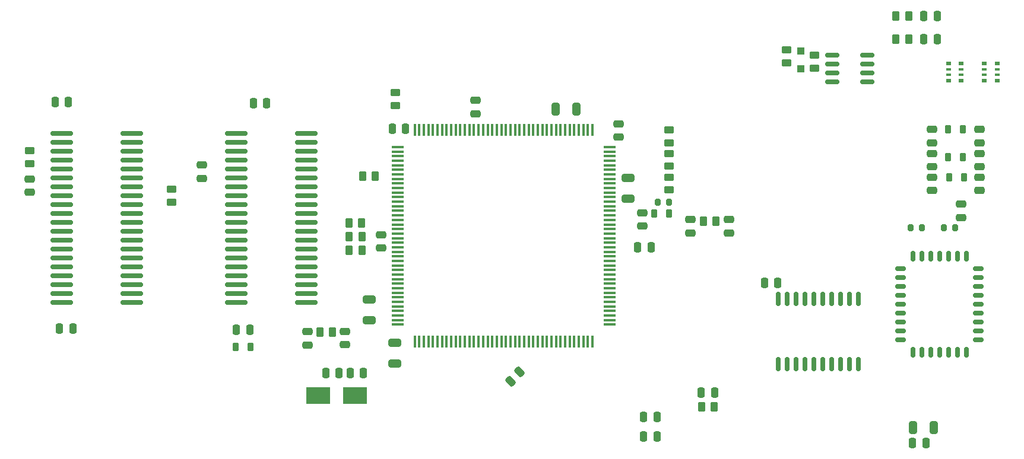
<source format=gbr>
%TF.GenerationSoftware,KiCad,Pcbnew,8.0.5-dirty*%
%TF.CreationDate,2025-01-01T18:08:14-08:00*%
%TF.ProjectId,nightshade,6e696768-7473-4686-9164-652e6b696361,rev?*%
%TF.SameCoordinates,Original*%
%TF.FileFunction,Paste,Top*%
%TF.FilePolarity,Positive*%
%FSLAX46Y46*%
G04 Gerber Fmt 4.6, Leading zero omitted, Abs format (unit mm)*
G04 Created by KiCad (PCBNEW 8.0.5-dirty) date 2025-01-01 18:08:14*
%MOMM*%
%LPD*%
G01*
G04 APERTURE LIST*
G04 Aperture macros list*
%AMRoundRect*
0 Rectangle with rounded corners*
0 $1 Rounding radius*
0 $2 $3 $4 $5 $6 $7 $8 $9 X,Y pos of 4 corners*
0 Add a 4 corners polygon primitive as box body*
4,1,4,$2,$3,$4,$5,$6,$7,$8,$9,$2,$3,0*
0 Add four circle primitives for the rounded corners*
1,1,$1+$1,$2,$3*
1,1,$1+$1,$4,$5*
1,1,$1+$1,$6,$7*
1,1,$1+$1,$8,$9*
0 Add four rect primitives between the rounded corners*
20,1,$1+$1,$2,$3,$4,$5,0*
20,1,$1+$1,$4,$5,$6,$7,0*
20,1,$1+$1,$6,$7,$8,$9,0*
20,1,$1+$1,$8,$9,$2,$3,0*%
G04 Aperture macros list end*
%ADD10RoundRect,0.250000X0.650000X-0.325000X0.650000X0.325000X-0.650000X0.325000X-0.650000X-0.325000X0*%
%ADD11RoundRect,0.250000X-0.325000X-0.650000X0.325000X-0.650000X0.325000X0.650000X-0.325000X0.650000X0*%
%ADD12RoundRect,0.250000X0.475000X-0.250000X0.475000X0.250000X-0.475000X0.250000X-0.475000X-0.250000X0*%
%ADD13RoundRect,0.250000X-0.475000X0.250000X-0.475000X-0.250000X0.475000X-0.250000X0.475000X0.250000X0*%
%ADD14RoundRect,0.250000X-0.250000X-0.475000X0.250000X-0.475000X0.250000X0.475000X-0.250000X0.475000X0*%
%ADD15RoundRect,0.250000X0.250000X0.475000X-0.250000X0.475000X-0.250000X-0.475000X0.250000X-0.475000X0*%
%ADD16R,1.000000X1.000000*%
%ADD17RoundRect,0.218750X0.218750X0.381250X-0.218750X0.381250X-0.218750X-0.381250X0.218750X-0.381250X0*%
%ADD18RoundRect,0.249998X-0.262502X-0.450002X0.262502X-0.450002X0.262502X0.450002X-0.262502X0.450002X0*%
%ADD19RoundRect,0.249998X0.262502X0.450002X-0.262502X0.450002X-0.262502X-0.450002X0.262502X-0.450002X0*%
%ADD20RoundRect,0.249998X-0.450002X0.262502X-0.450002X-0.262502X0.450002X-0.262502X0.450002X0.262502X0*%
%ADD21RoundRect,0.250100X0.449900X-0.262400X0.449900X0.262400X-0.449900X0.262400X-0.449900X-0.262400X0*%
%ADD22RoundRect,0.249998X0.450002X-0.262502X0.450002X0.262502X-0.450002X0.262502X-0.450002X-0.262502X0*%
%ADD23RoundRect,0.150000X0.150000X-0.875000X0.150000X0.875000X-0.150000X0.875000X-0.150000X-0.875000X0*%
%ADD24RoundRect,0.150000X-1.475000X-0.150000X1.475000X-0.150000X1.475000X0.150000X-1.475000X0.150000X0*%
%ADD25RoundRect,0.250000X-0.650000X0.325000X-0.650000X-0.325000X0.650000X-0.325000X0.650000X0.325000X0*%
%ADD26RoundRect,0.200000X-0.200000X-0.275000X0.200000X-0.275000X0.200000X0.275000X-0.200000X0.275000X0*%
%ADD27RoundRect,0.218750X-0.218750X-0.381250X0.218750X-0.381250X0.218750X0.381250X-0.218750X0.381250X0*%
%ADD28RoundRect,0.150000X-0.825000X-0.150000X0.825000X-0.150000X0.825000X0.150000X-0.825000X0.150000X0*%
%ADD29R,3.500000X2.400000*%
%ADD30R,0.800000X0.500000*%
%ADD31R,0.800000X0.400000*%
%ADD32RoundRect,0.200000X0.200000X0.275000X-0.200000X0.275000X-0.200000X-0.275000X0.200000X-0.275000X0*%
%ADD33RoundRect,0.100000X0.100000X-0.775000X0.100000X0.775000X-0.100000X0.775000X-0.100000X-0.775000X0*%
%ADD34RoundRect,0.100000X0.775000X-0.100000X0.775000X0.100000X-0.775000X0.100000X-0.775000X-0.100000X0*%
%ADD35RoundRect,0.150000X-0.150000X-0.587500X0.150000X-0.587500X0.150000X0.587500X-0.150000X0.587500X0*%
%ADD36RoundRect,0.150000X-0.587500X-0.150000X0.587500X-0.150000X0.587500X0.150000X-0.587500X0.150000X0*%
%ADD37RoundRect,0.250000X-0.159099X0.512652X-0.512652X0.159099X0.159099X-0.512652X0.512652X-0.159099X0*%
G04 APERTURE END LIST*
D10*
%TO.C,C7*%
X170900000Y-111275000D03*
X170900000Y-108325000D03*
%TD*%
D11*
%TO.C,C8*%
X160564869Y-98507718D03*
X163514871Y-98507718D03*
%TD*%
D12*
%TO.C,C10*%
X172900000Y-115250000D03*
X172900000Y-113350000D03*
%TD*%
D10*
%TO.C,C25*%
X137600000Y-134875000D03*
X137600000Y-131925000D03*
%TD*%
D12*
%TO.C,C37*%
X185250000Y-116200000D03*
X185250000Y-114300000D03*
%TD*%
%TO.C,C39*%
X125150000Y-132200000D03*
X125150000Y-130300000D03*
%TD*%
D13*
%TO.C,C44*%
X179750000Y-114300000D03*
X179750000Y-116200000D03*
%TD*%
%TO.C,C46*%
X130500000Y-130250000D03*
X130500000Y-132150000D03*
%TD*%
D11*
%TO.C,C22*%
X211525000Y-144000000D03*
X214475000Y-144000000D03*
%TD*%
D14*
%TO.C,C24*%
X211450000Y-146200000D03*
X213350000Y-146200000D03*
%TD*%
D12*
%TO.C,C26*%
X214250000Y-110150000D03*
X214250000Y-108250000D03*
%TD*%
%TO.C,C28*%
X214250000Y-106750000D03*
X214250000Y-104850000D03*
%TD*%
%TO.C,C29*%
X214250000Y-103350000D03*
X214250000Y-101450000D03*
%TD*%
%TO.C,C33*%
X221000000Y-110150000D03*
X221000000Y-108250000D03*
%TD*%
%TO.C,C34*%
X221000000Y-106750000D03*
X221000000Y-104850000D03*
%TD*%
%TO.C,C35*%
X221000000Y-103350000D03*
X221000000Y-101450000D03*
%TD*%
D15*
%TO.C,C2*%
X119350000Y-97700000D03*
X117450000Y-97700000D03*
%TD*%
D13*
%TO.C,C5*%
X110100000Y-106500000D03*
X110100000Y-108400000D03*
%TD*%
D16*
%TO.C,D1*%
X195500000Y-90250000D03*
X195500000Y-92750000D03*
%TD*%
D17*
%TO.C,FB1*%
X218662500Y-101400000D03*
X216537500Y-101400000D03*
%TD*%
%TO.C,FB2*%
X218662500Y-105400000D03*
X216537500Y-105400000D03*
%TD*%
%TO.C,FB3*%
X218762500Y-108300000D03*
X216637500Y-108300000D03*
%TD*%
D18*
%TO.C,R27*%
X181587500Y-114500000D03*
X183412500Y-114500000D03*
%TD*%
D19*
%TO.C,R28*%
X128750000Y-130400000D03*
X126925000Y-130400000D03*
%TD*%
D20*
%TO.C,R15*%
X197500000Y-90837500D03*
X197500000Y-92662500D03*
%TD*%
%TO.C,R14*%
X193500000Y-90087500D03*
X193500000Y-91912500D03*
%TD*%
D21*
%TO.C,R29*%
X85550000Y-106325000D03*
D22*
X85550000Y-104500000D03*
%TD*%
D23*
%TO.C,U6*%
X192285000Y-134950000D03*
X193555000Y-134950000D03*
X194825000Y-134950000D03*
X196095000Y-134950000D03*
X197365000Y-134950000D03*
X198635000Y-134950000D03*
X199905000Y-134950000D03*
X201175000Y-134950000D03*
X202445000Y-134950000D03*
X203715000Y-134950000D03*
X203715000Y-125650000D03*
X202445000Y-125650000D03*
X201175000Y-125650000D03*
X199905000Y-125650000D03*
X198635000Y-125650000D03*
X197365000Y-125650000D03*
X196095000Y-125650000D03*
X194825000Y-125650000D03*
X193555000Y-125650000D03*
X192285000Y-125650000D03*
%TD*%
D24*
%TO.C,U2*%
X115000000Y-101972000D03*
X115000000Y-103240000D03*
X115000000Y-104510000D03*
X115000000Y-105780000D03*
X115000000Y-107050000D03*
X115000000Y-108320000D03*
X115000000Y-109590000D03*
X115000000Y-110860000D03*
X115000000Y-112130000D03*
X115000000Y-113400000D03*
X115000000Y-114670000D03*
X115000000Y-115940000D03*
X115000000Y-117210000D03*
X115000000Y-118480000D03*
X115000000Y-119750000D03*
X115000000Y-121020000D03*
X115000000Y-122290000D03*
X115000000Y-123560000D03*
X115000000Y-124830000D03*
X115000000Y-126100000D03*
X124970000Y-126100000D03*
X124970000Y-124830000D03*
X124970000Y-123560000D03*
X124970000Y-122290000D03*
X124970000Y-121020000D03*
X124970000Y-119750000D03*
X124970000Y-118480000D03*
X124970000Y-117210000D03*
X124970000Y-115940000D03*
X124970000Y-114670000D03*
X124970000Y-113400000D03*
X124970000Y-112130000D03*
X124970000Y-110860000D03*
X124970000Y-109590000D03*
X124970000Y-108320000D03*
X124970000Y-107050000D03*
X124970000Y-105780000D03*
X124970000Y-104510000D03*
X124970000Y-103240000D03*
X124970000Y-101970000D03*
%TD*%
%TO.C,U3*%
X90100000Y-101972000D03*
X90100000Y-103240000D03*
X90100000Y-104510000D03*
X90100000Y-105780000D03*
X90100000Y-107050000D03*
X90100000Y-108320000D03*
X90100000Y-109590000D03*
X90100000Y-110860000D03*
X90100000Y-112130000D03*
X90100000Y-113400000D03*
X90100000Y-114670000D03*
X90100000Y-115940000D03*
X90100000Y-117210000D03*
X90100000Y-118480000D03*
X90100000Y-119750000D03*
X90100000Y-121020000D03*
X90100000Y-122290000D03*
X90100000Y-123560000D03*
X90100000Y-124830000D03*
X90100000Y-126100000D03*
X100070000Y-126100000D03*
X100070000Y-124830000D03*
X100070000Y-123560000D03*
X100070000Y-122290000D03*
X100070000Y-121020000D03*
X100070000Y-119750000D03*
X100070000Y-118480000D03*
X100070000Y-117210000D03*
X100070000Y-115940000D03*
X100070000Y-114670000D03*
X100070000Y-113400000D03*
X100070000Y-112130000D03*
X100070000Y-110860000D03*
X100070000Y-109590000D03*
X100070000Y-108320000D03*
X100070000Y-107050000D03*
X100070000Y-105780000D03*
X100070000Y-104510000D03*
X100070000Y-103240000D03*
X100070000Y-101970000D03*
%TD*%
D15*
%TO.C,C42*%
X192250000Y-123325000D03*
X190350000Y-123325000D03*
%TD*%
D25*
%TO.C,C30*%
X134000000Y-125700000D03*
X134000000Y-128650000D03*
%TD*%
D22*
%TO.C,R16*%
X176750000Y-110075000D03*
X176750000Y-108250000D03*
%TD*%
%TO.C,R17*%
X176750000Y-106700000D03*
X176750000Y-104875000D03*
%TD*%
%TO.C,R18*%
X176750000Y-103325000D03*
X176750000Y-101500000D03*
%TD*%
D26*
%TO.C,R11*%
X175075000Y-111800000D03*
X176725000Y-111800000D03*
%TD*%
D15*
%TO.C,C15*%
X183200000Y-139000000D03*
X181300000Y-139000000D03*
%TD*%
D19*
%TO.C,R13*%
X183162500Y-141000000D03*
X181337500Y-141000000D03*
%TD*%
D15*
%TO.C,C17*%
X175000000Y-145250000D03*
X173100000Y-145250000D03*
%TD*%
%TO.C,C18*%
X175000000Y-142500000D03*
X173100000Y-142500000D03*
%TD*%
D19*
%TO.C,R3*%
X132912500Y-118643011D03*
X131087500Y-118643011D03*
%TD*%
%TO.C,R4*%
X132912500Y-116725000D03*
X131087500Y-116725000D03*
%TD*%
D20*
%TO.C,R5*%
X105800000Y-109987500D03*
X105800000Y-111812500D03*
%TD*%
D22*
%TO.C,R6*%
X137700000Y-98000000D03*
X137700000Y-96175000D03*
%TD*%
D19*
%TO.C,R7*%
X134825000Y-108125000D03*
X133000000Y-108125000D03*
%TD*%
%TO.C,R8*%
X132900000Y-114825000D03*
X131075000Y-114825000D03*
%TD*%
D18*
%TO.C,R9*%
X209087500Y-85250000D03*
X210912500Y-85250000D03*
%TD*%
%TO.C,R10*%
X209087500Y-88500000D03*
X210912500Y-88500000D03*
%TD*%
D26*
%TO.C,R24*%
X211175000Y-115500000D03*
X212825000Y-115500000D03*
%TD*%
D27*
%TO.C,FB5*%
X114937500Y-132500000D03*
X117062500Y-132500000D03*
%TD*%
D15*
%TO.C,C13*%
X129650000Y-136200000D03*
X127750000Y-136200000D03*
%TD*%
%TO.C,C56*%
X91031425Y-97500000D03*
X89131425Y-97500000D03*
%TD*%
D28*
%TO.C,U4*%
X200025000Y-90790000D03*
X200025000Y-92060000D03*
X200025000Y-93330000D03*
X200025000Y-94600000D03*
X204975000Y-94600000D03*
X204975000Y-93330000D03*
X204975000Y-92060000D03*
X204975000Y-90790000D03*
%TD*%
D13*
%TO.C,C41*%
X218400000Y-112100000D03*
X218400000Y-114000000D03*
%TD*%
D29*
%TO.C,Y1*%
X131900000Y-139450000D03*
X126700000Y-139450000D03*
%TD*%
D14*
%TO.C,C12*%
X131250000Y-136200000D03*
X133150000Y-136200000D03*
%TD*%
D30*
%TO.C,RN1*%
X218400000Y-94450000D03*
D31*
X218400000Y-93650000D03*
X218400000Y-92850000D03*
D30*
X218400000Y-92050000D03*
X216600000Y-92050000D03*
D31*
X216600000Y-92850000D03*
X216600000Y-93650000D03*
D30*
X216600000Y-94450000D03*
%TD*%
D14*
%TO.C,C32*%
X172250000Y-118250000D03*
X174150000Y-118250000D03*
%TD*%
D15*
%TO.C,C3*%
X116900000Y-130000000D03*
X115000000Y-130000000D03*
%TD*%
D30*
%TO.C,RN2*%
X223500000Y-94450000D03*
D31*
X223500000Y-93650000D03*
X223500000Y-92850000D03*
D30*
X223500000Y-92050000D03*
X221700000Y-92050000D03*
D31*
X221700000Y-92850000D03*
X221700000Y-93650000D03*
D30*
X221700000Y-94450000D03*
%TD*%
D15*
%TO.C,C54*%
X91700000Y-129900000D03*
X89800000Y-129900000D03*
%TD*%
D17*
%TO.C,FB4*%
X176750000Y-113400000D03*
X174625000Y-113400000D03*
%TD*%
D14*
%TO.C,C4*%
X137250000Y-101300000D03*
X139150000Y-101300000D03*
%TD*%
D32*
%TO.C,R25*%
X217525000Y-115500000D03*
X215875000Y-115500000D03*
%TD*%
D13*
%TO.C,C48*%
X169550000Y-100650000D03*
X169550000Y-102550000D03*
%TD*%
D33*
%TO.C,U1*%
X140450000Y-131750000D03*
X141100000Y-131750000D03*
X141750000Y-131750000D03*
X142400000Y-131750000D03*
X143050000Y-131750000D03*
X143700000Y-131750000D03*
X144350000Y-131750000D03*
X145000000Y-131750000D03*
X145650000Y-131750000D03*
X146300000Y-131750000D03*
X146950000Y-131750000D03*
X147600000Y-131750000D03*
X148250000Y-131750000D03*
X148900000Y-131750000D03*
X149550000Y-131750000D03*
X150200000Y-131750000D03*
X150850000Y-131750000D03*
X151500000Y-131750000D03*
X152150000Y-131750000D03*
X152800000Y-131750000D03*
X153450000Y-131750000D03*
X154100000Y-131750000D03*
X154750000Y-131750000D03*
X155400000Y-131750000D03*
X156050000Y-131750000D03*
X156700000Y-131750000D03*
X157350000Y-131750000D03*
X158000000Y-131750000D03*
X158650000Y-131750000D03*
X159300000Y-131750000D03*
X159950000Y-131750000D03*
X160600000Y-131750000D03*
X161250000Y-131750000D03*
X161900000Y-131750000D03*
X162550000Y-131750000D03*
X163200000Y-131750000D03*
X163850000Y-131750000D03*
X164500000Y-131750000D03*
X165150000Y-131750000D03*
X165800000Y-131750000D03*
D34*
X168250000Y-129300000D03*
X168250000Y-128650000D03*
X168250000Y-128000000D03*
X168250000Y-127350000D03*
X168250000Y-126700000D03*
X168250000Y-126050000D03*
X168250000Y-125400000D03*
X168250000Y-124750000D03*
X168250000Y-124100000D03*
X168250000Y-123450000D03*
X168250000Y-122800000D03*
X168250000Y-122150000D03*
X168250000Y-121500000D03*
X168250000Y-120850000D03*
X168250000Y-120200000D03*
X168250000Y-119550000D03*
X168250000Y-118900000D03*
X168250000Y-118250000D03*
X168250000Y-117600000D03*
X168250000Y-116950000D03*
X168250000Y-116300000D03*
X168250000Y-115650000D03*
X168250000Y-115000000D03*
X168250000Y-114350000D03*
X168250000Y-113700000D03*
X168250000Y-113050000D03*
X168250000Y-112400000D03*
X168250000Y-111750000D03*
X168250000Y-111100000D03*
X168250000Y-110450000D03*
X168250000Y-109800000D03*
X168250000Y-109150000D03*
X168250000Y-108500000D03*
X168250000Y-107850000D03*
X168250000Y-107200000D03*
X168250000Y-106550000D03*
X168250000Y-105900000D03*
X168250000Y-105250000D03*
X168250000Y-104600000D03*
X168250000Y-103950000D03*
D33*
X165800000Y-101500000D03*
X165150000Y-101500000D03*
X164500000Y-101500000D03*
X163850000Y-101500000D03*
X163200000Y-101500000D03*
X162550000Y-101500000D03*
X161900000Y-101500000D03*
X161250000Y-101500000D03*
X160600000Y-101500000D03*
X159950000Y-101500000D03*
X159300000Y-101500000D03*
X158650000Y-101500000D03*
X158000000Y-101500000D03*
X157350000Y-101500000D03*
X156700000Y-101500000D03*
X156050000Y-101500000D03*
X155400000Y-101500000D03*
X154750000Y-101500000D03*
X154100000Y-101500000D03*
X153450000Y-101500000D03*
X152800000Y-101500000D03*
X152150000Y-101500000D03*
X151500000Y-101500000D03*
X150850000Y-101500000D03*
X150200000Y-101500000D03*
X149550000Y-101500000D03*
X148900000Y-101500000D03*
X148250000Y-101500000D03*
X147600000Y-101500000D03*
X146950000Y-101500000D03*
X146300000Y-101500000D03*
X145650000Y-101500000D03*
X145000000Y-101500000D03*
X144350000Y-101500000D03*
X143700000Y-101500000D03*
X143050000Y-101500000D03*
X142400000Y-101500000D03*
X141750000Y-101500000D03*
X141100000Y-101500000D03*
X140450000Y-101500000D03*
D34*
X138000000Y-103950000D03*
X138000000Y-104600000D03*
X138000000Y-105250000D03*
X138000000Y-105900000D03*
X138000000Y-106550000D03*
X138000000Y-107200000D03*
X138000000Y-107850000D03*
X138000000Y-108500000D03*
X138000000Y-109150000D03*
X138000000Y-109800000D03*
X138000000Y-110450000D03*
X138000000Y-111100000D03*
X138000000Y-111750000D03*
X138000000Y-112400000D03*
X138000000Y-113050000D03*
X138000000Y-113700000D03*
X138000000Y-114350000D03*
X138000000Y-115000000D03*
X138000000Y-115650000D03*
X138000000Y-116300000D03*
X138000000Y-116950000D03*
X138000000Y-117600000D03*
X138000000Y-118250000D03*
X138000000Y-118900000D03*
X138000000Y-119550000D03*
X138000000Y-120200000D03*
X138000000Y-120850000D03*
X138000000Y-121500000D03*
X138000000Y-122150000D03*
X138000000Y-122800000D03*
X138000000Y-123450000D03*
X138000000Y-124100000D03*
X138000000Y-124750000D03*
X138000000Y-125400000D03*
X138000000Y-126050000D03*
X138000000Y-126700000D03*
X138000000Y-127350000D03*
X138000000Y-128000000D03*
X138000000Y-128650000D03*
X138000000Y-129300000D03*
%TD*%
D35*
%TO.C,U5*%
X215300000Y-119562500D03*
X214030000Y-119562500D03*
X212760000Y-119562500D03*
X211490000Y-119562500D03*
D36*
X209737500Y-121320000D03*
X209737500Y-122590000D03*
X209737500Y-123860000D03*
X209737500Y-125130000D03*
X209737500Y-126400000D03*
X209737500Y-127670000D03*
X209737500Y-128940000D03*
X209737500Y-130210000D03*
X209737500Y-131480000D03*
D35*
X211490000Y-133237500D03*
X212760000Y-133237500D03*
X214030000Y-133237500D03*
X215300000Y-133237500D03*
X216570000Y-133237500D03*
X217840000Y-133237500D03*
X219110000Y-133237500D03*
D36*
X220862500Y-131480000D03*
X220862500Y-130210000D03*
X220862500Y-128940000D03*
X220862500Y-127670000D03*
X220862500Y-126400000D03*
X220862500Y-125130000D03*
X220862500Y-123860000D03*
X220862500Y-122590000D03*
X220862500Y-121320000D03*
D35*
X219110000Y-119562500D03*
X217840000Y-119562500D03*
X216570000Y-119562500D03*
%TD*%
D12*
%TO.C,C52*%
X85500000Y-110400000D03*
X85500000Y-108500000D03*
%TD*%
D37*
%TO.C,C49*%
X155421751Y-136018249D03*
X154078249Y-137361751D03*
%TD*%
D13*
%TO.C,C47*%
X135669695Y-116450000D03*
X135669695Y-118350000D03*
%TD*%
D14*
%TO.C,C11*%
X213050000Y-88500000D03*
X214950000Y-88500000D03*
%TD*%
%TO.C,C14*%
X213050000Y-85250000D03*
X214950000Y-85250000D03*
%TD*%
D12*
%TO.C,C50*%
X149100000Y-99200000D03*
X149100000Y-97300000D03*
%TD*%
M02*

</source>
